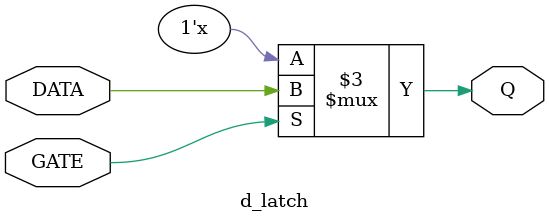
<source format=v>
/* Transparent High Latch 
 * D_LATCH.V 
 * May 2001 
*/ 
 
module d_latch (GATE, DATA, Q); 
 
input GATE; 
input DATA; 
output Q; 
 
reg Q; 
 
  
   always @ (GATE or DATA)  
   begin  
          if (GATE == 1'b1)  
              Q <= DATA;  
 
   end  // End Latch 
 
endmodule 

</source>
